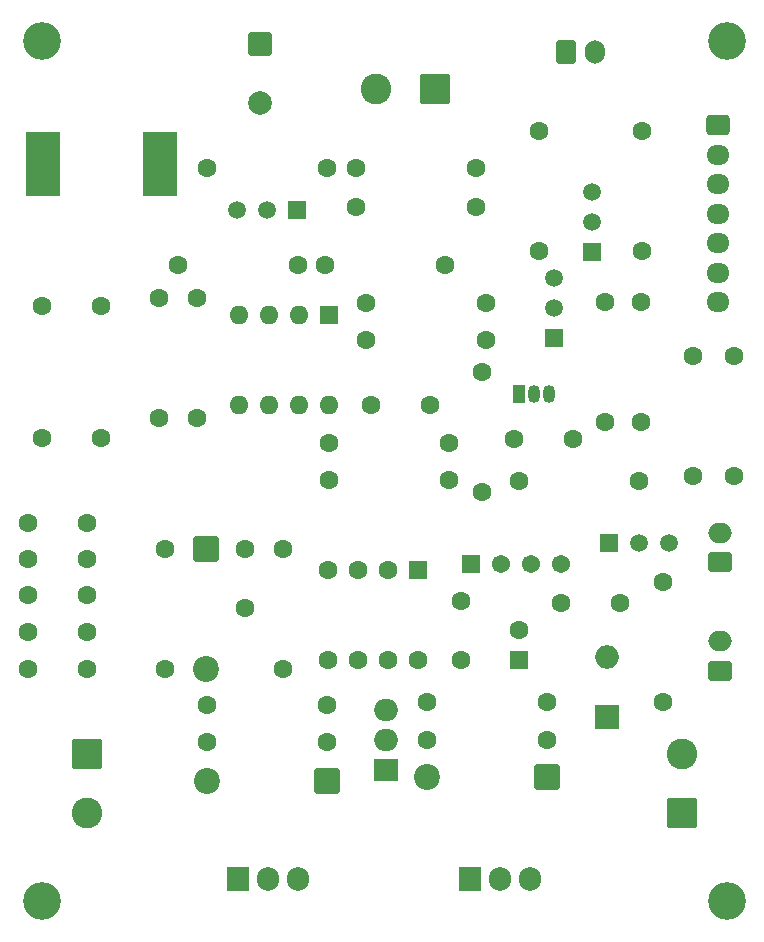
<source format=gts>
%TF.GenerationSoftware,KiCad,Pcbnew,9.0.4*%
%TF.CreationDate,2025-09-07T14:44:28+03:00*%
%TF.ProjectId,Protection,50726f74-6563-4746-996f-6e2e6b696361,1.0*%
%TF.SameCoordinates,Original*%
%TF.FileFunction,Soldermask,Top*%
%TF.FilePolarity,Negative*%
%FSLAX46Y46*%
G04 Gerber Fmt 4.6, Leading zero omitted, Abs format (unit mm)*
G04 Created by KiCad (PCBNEW 9.0.4) date 2025-09-07 14:44:28*
%MOMM*%
%LPD*%
G01*
G04 APERTURE LIST*
G04 Aperture macros list*
%AMRoundRect*
0 Rectangle with rounded corners*
0 $1 Rounding radius*
0 $2 $3 $4 $5 $6 $7 $8 $9 X,Y pos of 4 corners*
0 Add a 4 corners polygon primitive as box body*
4,1,4,$2,$3,$4,$5,$6,$7,$8,$9,$2,$3,0*
0 Add four circle primitives for the rounded corners*
1,1,$1+$1,$2,$3*
1,1,$1+$1,$4,$5*
1,1,$1+$1,$6,$7*
1,1,$1+$1,$8,$9*
0 Add four rect primitives between the rounded corners*
20,1,$1+$1,$2,$3,$4,$5,0*
20,1,$1+$1,$4,$5,$6,$7,0*
20,1,$1+$1,$6,$7,$8,$9,0*
20,1,$1+$1,$8,$9,$2,$3,0*%
G04 Aperture macros list end*
%ADD10RoundRect,0.249999X-0.850001X0.850001X-0.850001X-0.850001X0.850001X-0.850001X0.850001X0.850001X0*%
%ADD11C,2.200000*%
%ADD12R,1.500000X1.500000*%
%ADD13C,1.500000*%
%ADD14RoundRect,0.250000X-0.750000X0.750000X-0.750000X-0.750000X0.750000X-0.750000X0.750000X0.750000X0*%
%ADD15C,2.000000*%
%ADD16C,1.600000*%
%ADD17C,3.200000*%
%ADD18RoundRect,0.102000X-0.669000X-0.669000X0.669000X-0.669000X0.669000X0.669000X-0.669000X0.669000X0*%
%ADD19C,1.542000*%
%ADD20RoundRect,0.250000X0.750000X-0.600000X0.750000X0.600000X-0.750000X0.600000X-0.750000X-0.600000X0*%
%ADD21O,2.000000X1.700000*%
%ADD22R,1.050000X1.500000*%
%ADD23O,1.050000X1.500000*%
%ADD24RoundRect,0.250000X-0.550000X0.550000X-0.550000X-0.550000X0.550000X-0.550000X0.550000X0.550000X0*%
%ADD25RoundRect,0.250000X1.050000X-1.050000X1.050000X1.050000X-1.050000X1.050000X-1.050000X-1.050000X0*%
%ADD26C,2.600000*%
%ADD27RoundRect,0.250000X-0.725000X0.600000X-0.725000X-0.600000X0.725000X-0.600000X0.725000X0.600000X0*%
%ADD28O,1.950000X1.700000*%
%ADD29RoundRect,0.250000X0.550000X-0.550000X0.550000X0.550000X-0.550000X0.550000X-0.550000X-0.550000X0*%
%ADD30RoundRect,0.249999X0.850001X0.850001X-0.850001X0.850001X-0.850001X-0.850001X0.850001X-0.850001X0*%
%ADD31R,2.900000X5.400000*%
%ADD32R,1.905000X2.000000*%
%ADD33O,1.905000X2.000000*%
%ADD34R,1.600000X1.600000*%
%ADD35O,1.600000X1.600000*%
%ADD36RoundRect,0.250000X1.050000X1.050000X-1.050000X1.050000X-1.050000X-1.050000X1.050000X-1.050000X0*%
%ADD37RoundRect,0.250000X-0.600000X-0.750000X0.600000X-0.750000X0.600000X0.750000X-0.600000X0.750000X0*%
%ADD38O,1.700000X2.000000*%
%ADD39R,2.000000X2.000000*%
%ADD40O,2.000000X2.000000*%
%ADD41R,2.000000X1.905000*%
%ADD42O,2.000000X1.905000*%
%ADD43RoundRect,0.250000X-1.050000X1.050000X-1.050000X-1.050000X1.050000X-1.050000X1.050000X1.050000X0*%
G04 APERTURE END LIST*
D10*
%TO.C,D4*%
X94860000Y-112800000D03*
D11*
X94860000Y-122960000D03*
%TD*%
D12*
%TO.C,Q4*%
X124350000Y-94890000D03*
D13*
X124350000Y-92350000D03*
X124350000Y-89810000D03*
%TD*%
D14*
%TO.C,C3*%
X99450000Y-70057323D03*
D15*
X99450000Y-75057323D03*
%TD*%
D16*
%TO.C,R19*%
X95020000Y-125970000D03*
X105180000Y-125970000D03*
%TD*%
%TO.C,C11*%
X98170000Y-112800000D03*
X98170000Y-117800000D03*
%TD*%
%TO.C,C10*%
X84800000Y-110575000D03*
X79800000Y-110575000D03*
%TD*%
%TO.C,R14*%
X131750000Y-91890000D03*
X131750000Y-102050000D03*
%TD*%
D17*
%TO.C,H2*%
X139000000Y-69825000D03*
%TD*%
D18*
%TO.C,PS1*%
X117350000Y-114060000D03*
D19*
X119890000Y-114060000D03*
X122430000Y-114060000D03*
X124970000Y-114060000D03*
%TD*%
D16*
%TO.C,R7*%
X105330000Y-106935000D03*
X115490000Y-106935000D03*
%TD*%
%TO.C,R5*%
X94180000Y-101740000D03*
X94180000Y-91580000D03*
%TD*%
%TO.C,R12*%
X123120000Y-77440000D03*
X123120000Y-87600000D03*
%TD*%
D17*
%TO.C,H1*%
X80975000Y-69825000D03*
%TD*%
D16*
%TO.C,R9*%
X123770000Y-128930000D03*
X113610000Y-128930000D03*
%TD*%
%TO.C,R8*%
X105330000Y-103810000D03*
X115490000Y-103810000D03*
%TD*%
%TO.C,C8*%
X84800000Y-116725000D03*
X79800000Y-116725000D03*
%TD*%
D20*
%TO.C,J2*%
X138390000Y-123110000D03*
D21*
X138390000Y-120610000D03*
%TD*%
D22*
%TO.C,U1*%
X121412000Y-99695000D03*
D23*
X122682000Y-99695000D03*
X123952000Y-99695000D03*
%TD*%
D16*
%TO.C,C7*%
X84800000Y-119825000D03*
X79800000Y-119825000D03*
%TD*%
%TO.C,R10*%
X128651000Y-102050000D03*
X128651000Y-91890000D03*
%TD*%
%TO.C,R1*%
X121412000Y-107061000D03*
X131572000Y-107061000D03*
%TD*%
%TO.C,R13*%
X131810000Y-77440000D03*
X131810000Y-87600000D03*
%TD*%
D20*
%TO.C,J6*%
X138390000Y-113910000D03*
D21*
X138390000Y-111410000D03*
%TD*%
D16*
%TO.C,R16*%
X107580000Y-80510000D03*
X117740000Y-80510000D03*
%TD*%
%TO.C,C5*%
X81050000Y-92225000D03*
X86050000Y-92225000D03*
%TD*%
%TO.C,R15*%
X94990000Y-80510000D03*
X105150000Y-80510000D03*
%TD*%
%TO.C,R22*%
X139590000Y-106630000D03*
X139590000Y-96470000D03*
%TD*%
D24*
%TO.C,U3*%
X112870000Y-114575000D03*
D16*
X110330000Y-114575000D03*
X107790000Y-114575000D03*
X105250000Y-114575000D03*
X105250000Y-122195000D03*
X107790000Y-122195000D03*
X110330000Y-122195000D03*
X112870000Y-122195000D03*
%TD*%
D25*
%TO.C,J4*%
X135217500Y-135120000D03*
D26*
X135217500Y-130120000D03*
%TD*%
D16*
%TO.C,R24*%
X133604000Y-115570000D03*
X133604000Y-125730000D03*
%TD*%
D12*
%TO.C,Q5*%
X102610000Y-84110000D03*
D13*
X100070000Y-84110000D03*
X97530000Y-84110000D03*
%TD*%
D16*
%TO.C,C6*%
X84800000Y-122975000D03*
X79800000Y-122975000D03*
%TD*%
%TO.C,C2*%
X108880000Y-100565000D03*
X113880000Y-100565000D03*
%TD*%
%TO.C,R3*%
X92570000Y-88790000D03*
X102730000Y-88790000D03*
%TD*%
%TO.C,R21*%
X113610000Y-125740000D03*
X123770000Y-125740000D03*
%TD*%
D27*
%TO.C,J5*%
X138240000Y-76900000D03*
D28*
X138240000Y-79400000D03*
X138240000Y-81900000D03*
X138240000Y-84400000D03*
X138240000Y-86900000D03*
X138240000Y-89400000D03*
X138240000Y-91900000D03*
%TD*%
D29*
%TO.C,C14*%
X121390000Y-122185113D03*
D16*
X121390000Y-119685113D03*
%TD*%
%TO.C,R2*%
X105005000Y-88790000D03*
X115165000Y-88790000D03*
%TD*%
D30*
%TO.C,D3*%
X105170000Y-132440000D03*
D11*
X95010000Y-132440000D03*
%TD*%
D31*
%TO.C,L1*%
X90975000Y-80200000D03*
X81075000Y-80200000D03*
%TD*%
D16*
%TO.C,R17*%
X117740000Y-83810000D03*
X107580000Y-83810000D03*
%TD*%
D32*
%TO.C,Q8*%
X97607500Y-140745000D03*
D33*
X100147500Y-140745000D03*
X102687500Y-140745000D03*
%TD*%
D34*
%TO.C,U2*%
X105330000Y-92990000D03*
D35*
X102790000Y-92990000D03*
X100250000Y-92990000D03*
X97710000Y-92990000D03*
X97710000Y-100610000D03*
X100250000Y-100610000D03*
X102790000Y-100610000D03*
X105330000Y-100610000D03*
%TD*%
D16*
%TO.C,C4*%
X81050000Y-103375000D03*
X86050000Y-103375000D03*
%TD*%
%TO.C,C1*%
X120984000Y-103505000D03*
X125984000Y-103505000D03*
%TD*%
%TO.C,R25*%
X108458000Y-91962000D03*
X118618000Y-91962000D03*
%TD*%
%TO.C,R20*%
X118237000Y-107950000D03*
X118237000Y-97790000D03*
%TD*%
D36*
%TO.C,J1*%
X114300000Y-73850000D03*
D26*
X109300000Y-73850000D03*
%TD*%
D16*
%TO.C,R11*%
X101380000Y-112800000D03*
X101380000Y-122960000D03*
%TD*%
D12*
%TO.C,Q3*%
X127580000Y-87640000D03*
D13*
X127580000Y-85100000D03*
X127580000Y-82560000D03*
%TD*%
D37*
%TO.C,J3*%
X125360000Y-70735000D03*
D38*
X127860000Y-70735000D03*
%TD*%
D16*
%TO.C,R23*%
X136170000Y-106630000D03*
X136170000Y-96470000D03*
%TD*%
%TO.C,C9*%
X84800000Y-113655000D03*
X79800000Y-113655000D03*
%TD*%
%TO.C,R18*%
X105180000Y-129160000D03*
X95020000Y-129160000D03*
%TD*%
%TO.C,R4*%
X90950000Y-101720000D03*
X90950000Y-91560000D03*
%TD*%
%TO.C,R6*%
X91400000Y-112810000D03*
X91400000Y-122970000D03*
%TD*%
%TO.C,C13*%
X124960000Y-117360000D03*
X129960000Y-117360000D03*
%TD*%
D17*
%TO.C,H3*%
X80975000Y-142570000D03*
%TD*%
%TO.C,H4*%
X139000000Y-142570000D03*
%TD*%
D12*
%TO.C,Q1*%
X129032000Y-112268000D03*
D13*
X131572000Y-112268000D03*
X134112000Y-112268000D03*
%TD*%
D39*
%TO.C,D2*%
X128810000Y-127020000D03*
D40*
X128810000Y-121940000D03*
%TD*%
D16*
%TO.C,C15*%
X116470000Y-122190000D03*
X116470000Y-117190000D03*
%TD*%
D30*
%TO.C,D5*%
X123770000Y-132130000D03*
D11*
X113610000Y-132130000D03*
%TD*%
D41*
%TO.C,Q2*%
X110110000Y-131470000D03*
D42*
X110110000Y-128930000D03*
X110110000Y-126390000D03*
%TD*%
D43*
%TO.C,F1*%
X84862500Y-130120000D03*
D26*
X84862500Y-135120000D03*
%TD*%
D16*
%TO.C,R26*%
X108458000Y-95123000D03*
X118618000Y-95123000D03*
%TD*%
D32*
%TO.C,Q6*%
X117287500Y-140745000D03*
D33*
X119827500Y-140745000D03*
X122367500Y-140745000D03*
%TD*%
M02*

</source>
